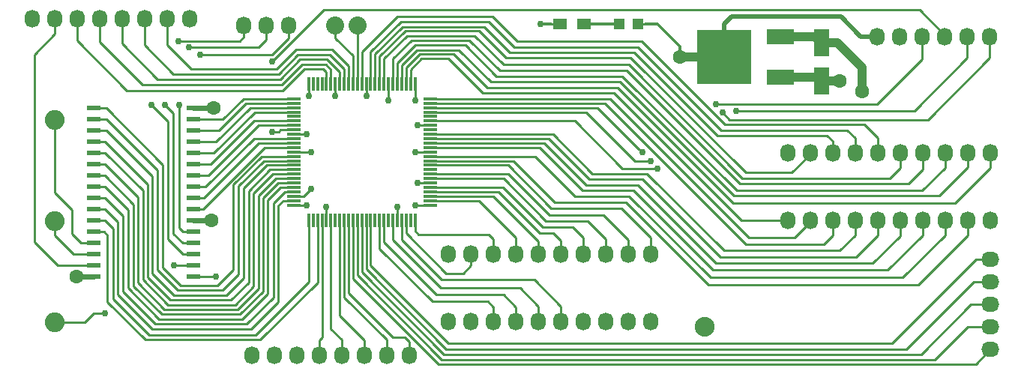
<source format=gbr>
G04 #@! TF.FileFunction,Copper,L1,Top,Signal*
%FSLAX46Y46*%
G04 Gerber Fmt 4.6, Leading zero omitted, Abs format (unit mm)*
G04 Created by KiCad (PCBNEW 4.0.3-1.fc24-product) date Sat Sep 10 15:23:13 2016*
%MOMM*%
%LPD*%
G01*
G04 APERTURE LIST*
%ADD10C,0.100000*%
%ADD11R,0.300000X1.500000*%
%ADD12R,1.500000X0.300000*%
%ADD13R,3.048000X1.651000*%
%ADD14R,6.096000X6.096000*%
%ADD15R,1.800860X3.149600*%
%ADD16O,1.727200X2.032000*%
%ADD17C,2.235200*%
%ADD18O,2.032000X2.032000*%
%ADD19O,2.032000X1.727200*%
%ADD20O,2.235200X2.235200*%
%ADD21R,1.600000X0.600000*%
%ADD22R,1.198880X1.198880*%
%ADD23R,1.500000X1.300000*%
%ADD24C,0.750000*%
%ADD25C,1.600000*%
%ADD26C,0.300000*%
%ADD27C,0.254000*%
%ADD28C,0.500000*%
%ADD29C,1.000000*%
%ADD30C,0.600000*%
G04 APERTURE END LIST*
D10*
D11*
X83250000Y-74750000D03*
X83750000Y-74750000D03*
X84250000Y-74750000D03*
X84750000Y-74750000D03*
X85250000Y-74750000D03*
X85750000Y-74750000D03*
X86250000Y-74750000D03*
X86750000Y-74750000D03*
X87250000Y-74750000D03*
X87750000Y-74750000D03*
X88250000Y-74750000D03*
X88750000Y-74750000D03*
X89250000Y-74750000D03*
X89750000Y-74750000D03*
X90250000Y-74750000D03*
X90750000Y-74750000D03*
X91250000Y-74750000D03*
X91750000Y-74750000D03*
X92250000Y-74750000D03*
X92750000Y-74750000D03*
X93250000Y-74750000D03*
X93750000Y-74750000D03*
X94250000Y-74750000D03*
X94750000Y-74750000D03*
X95250000Y-74750000D03*
D12*
X96950000Y-73050000D03*
X96950000Y-72550000D03*
X96950000Y-72050000D03*
X96950000Y-71550000D03*
X96950000Y-71050000D03*
X96950000Y-70550000D03*
X96950000Y-70050000D03*
X96950000Y-69550000D03*
X96950000Y-69050000D03*
X96950000Y-68550000D03*
X96950000Y-68050000D03*
X96950000Y-67550000D03*
X96950000Y-67050000D03*
X96950000Y-66550000D03*
X96950000Y-66050000D03*
X96950000Y-65550000D03*
X96950000Y-65050000D03*
X96950000Y-64550000D03*
X96950000Y-64050000D03*
X96950000Y-63550000D03*
X96950000Y-63050000D03*
X96950000Y-62550000D03*
X96950000Y-62050000D03*
X96950000Y-61550000D03*
X96950000Y-61050000D03*
D11*
X95250000Y-59350000D03*
X94750000Y-59350000D03*
X94250000Y-59350000D03*
X93750000Y-59350000D03*
X93250000Y-59350000D03*
X92750000Y-59350000D03*
X92250000Y-59350000D03*
X91750000Y-59350000D03*
X91250000Y-59350000D03*
X90750000Y-59350000D03*
X90250000Y-59350000D03*
X89750000Y-59350000D03*
X89250000Y-59350000D03*
X88750000Y-59350000D03*
X88250000Y-59350000D03*
X87750000Y-59350000D03*
X87250000Y-59350000D03*
X86750000Y-59350000D03*
X86250000Y-59350000D03*
X85750000Y-59350000D03*
X85250000Y-59350000D03*
X84750000Y-59350000D03*
X84250000Y-59350000D03*
X83750000Y-59350000D03*
X83250000Y-59350000D03*
D12*
X81550000Y-61050000D03*
X81550000Y-61550000D03*
X81550000Y-62050000D03*
X81550000Y-62550000D03*
X81550000Y-63050000D03*
X81550000Y-63550000D03*
X81550000Y-64050000D03*
X81550000Y-64550000D03*
X81550000Y-65050000D03*
X81550000Y-65550000D03*
X81550000Y-66050000D03*
X81550000Y-66550000D03*
X81550000Y-67050000D03*
X81550000Y-67550000D03*
X81550000Y-68050000D03*
X81550000Y-68550000D03*
X81550000Y-69050000D03*
X81550000Y-69550000D03*
X81550000Y-70050000D03*
X81550000Y-70550000D03*
X81550000Y-71050000D03*
X81550000Y-71550000D03*
X81550000Y-72050000D03*
X81550000Y-72550000D03*
X81550000Y-73050000D03*
D13*
X136550000Y-58572000D03*
D14*
X130200000Y-56286000D03*
D13*
X136550000Y-54000000D03*
D15*
X141200000Y-59000000D03*
X141200000Y-54748040D03*
D16*
X160160000Y-54000000D03*
X157620000Y-54000000D03*
X155080000Y-54000000D03*
X152540000Y-54000000D03*
X150000000Y-54000000D03*
X147460000Y-54000000D03*
D17*
X128000000Y-86800000D03*
D18*
X86250000Y-52750000D03*
X88790000Y-52750000D03*
D19*
X160250000Y-89330000D03*
X160250000Y-86790000D03*
X160250000Y-84250000D03*
X160250000Y-81710000D03*
X160250000Y-79170000D03*
D16*
X81000000Y-52750000D03*
X78460000Y-52750000D03*
X75920000Y-52750000D03*
D20*
X54540000Y-86300000D03*
X54540000Y-74860000D03*
X54540000Y-63400000D03*
D16*
X52000000Y-52000000D03*
X54540000Y-52000000D03*
X57080000Y-52000000D03*
X59620000Y-52000000D03*
X62160000Y-52000000D03*
X64700000Y-52000000D03*
X67240000Y-52000000D03*
X69780000Y-52000000D03*
X99040000Y-86220000D03*
X101580000Y-86220000D03*
X104120000Y-86220000D03*
X106660000Y-86220000D03*
X109200000Y-86220000D03*
X111740000Y-86220000D03*
X114280000Y-86220000D03*
X116820000Y-86220000D03*
X119360000Y-86220000D03*
X121900000Y-86220000D03*
X137340000Y-74770000D03*
X139880000Y-74770000D03*
X142420000Y-74770000D03*
X144960000Y-74770000D03*
X147500000Y-74770000D03*
X150040000Y-74770000D03*
X152580000Y-74770000D03*
X155120000Y-74770000D03*
X157660000Y-74770000D03*
X160200000Y-74770000D03*
X76800000Y-90000000D03*
X79340000Y-90000000D03*
X81880000Y-90000000D03*
X84420000Y-90000000D03*
X86960000Y-90000000D03*
X89500000Y-90000000D03*
X92040000Y-90000000D03*
X94580000Y-90000000D03*
X99040000Y-78600000D03*
X101580000Y-78600000D03*
X104120000Y-78600000D03*
X106660000Y-78600000D03*
X109200000Y-78600000D03*
X111740000Y-78600000D03*
X114280000Y-78600000D03*
X116820000Y-78600000D03*
X119360000Y-78600000D03*
X121900000Y-78600000D03*
X137340000Y-67150000D03*
X139880000Y-67150000D03*
X142420000Y-67150000D03*
X144960000Y-67150000D03*
X147500000Y-67150000D03*
X150040000Y-67150000D03*
X152580000Y-67150000D03*
X155120000Y-67150000D03*
X157660000Y-67150000D03*
X160200000Y-67150000D03*
D21*
X59000000Y-62110000D03*
X59000000Y-63380000D03*
X59000000Y-64650000D03*
X59000000Y-65920000D03*
X59000000Y-67190000D03*
X59000000Y-68460000D03*
X59000000Y-69730000D03*
X59000000Y-71000000D03*
X59000000Y-72270000D03*
X59000000Y-73540000D03*
X59000000Y-74810000D03*
X59000000Y-76080000D03*
X59000000Y-77350000D03*
X59000000Y-78620000D03*
X59000000Y-79890000D03*
X59000000Y-81160000D03*
X70200000Y-81160000D03*
X70200000Y-79890000D03*
X70200000Y-78620000D03*
X70200000Y-77350000D03*
X70200000Y-76080000D03*
X70200000Y-74810000D03*
X70200000Y-73540000D03*
X70200000Y-72270000D03*
X70200000Y-71000000D03*
X70200000Y-69730000D03*
X70200000Y-68460000D03*
X70200000Y-67190000D03*
X70200000Y-65920000D03*
X70200000Y-64650000D03*
X70200000Y-63380000D03*
X70200000Y-62110000D03*
D22*
X120400000Y-52600000D03*
X118301960Y-52600000D03*
D23*
X114350000Y-52600000D03*
X111650000Y-52600000D03*
D24*
X83500000Y-71250000D03*
X83500000Y-67050000D03*
X85250000Y-73250000D03*
X95250000Y-73050000D03*
X95250000Y-67050000D03*
X95250000Y-61250000D03*
X92250000Y-61250000D03*
D25*
X125200000Y-56286000D03*
D24*
X109400000Y-52600000D03*
X83000000Y-73050000D03*
X83000000Y-65050000D03*
X93250000Y-73250000D03*
X95500000Y-70550000D03*
X95500000Y-64050000D03*
X89750000Y-60750000D03*
X86250000Y-60750000D03*
X83250000Y-60750000D03*
D25*
X143250000Y-59000000D03*
X72250000Y-74810000D03*
X57000000Y-81160000D03*
X145750000Y-60250000D03*
X72500000Y-62110000D03*
D24*
X121843507Y-68057796D03*
X130000000Y-62600000D03*
X122596069Y-68900558D03*
X131483887Y-62392614D03*
X79129206Y-64750000D03*
X79129206Y-56817708D03*
X129231784Y-61638389D03*
X120917022Y-67085199D03*
X68597009Y-61750000D03*
X70950409Y-56045144D03*
X67000000Y-61750000D03*
X69750000Y-55250000D03*
X65500000Y-61750000D03*
X68500000Y-54500000D03*
X60250000Y-85250000D03*
X68000000Y-79890000D03*
X72750000Y-81160000D03*
D26*
X125200000Y-56286000D02*
X125200000Y-55154630D01*
X125200000Y-55154630D02*
X122645370Y-52600000D01*
X122645370Y-52600000D02*
X121253440Y-52600000D01*
D27*
X121253440Y-52600000D02*
X120400000Y-52600000D01*
X81550000Y-72050000D02*
X82700000Y-72050000D01*
X82700000Y-72050000D02*
X83500000Y-71250000D01*
X81550000Y-67050000D02*
X83500000Y-67050000D01*
X85250000Y-74750000D02*
X85250000Y-73250000D01*
X96950000Y-73050000D02*
X95250000Y-73050000D01*
X96950000Y-67050000D02*
X95250000Y-67050000D01*
X95250000Y-59350000D02*
X95250000Y-61250000D01*
X92250000Y-59350000D02*
X92250000Y-61250000D01*
D28*
X130200000Y-56286000D02*
X130200000Y-52561241D01*
X143358675Y-51762275D02*
X145596400Y-54000000D01*
X130200000Y-52561241D02*
X130998966Y-51762275D01*
X130998966Y-51762275D02*
X143358675Y-51762275D01*
X145596400Y-54000000D02*
X147460000Y-54000000D01*
D29*
X130200000Y-56286000D02*
X125200000Y-56286000D01*
D26*
X110646000Y-52600000D02*
X109400000Y-52600000D01*
D27*
X111650000Y-52600000D02*
X110646000Y-52600000D01*
X81550000Y-73050000D02*
X83000000Y-73050000D01*
X81550000Y-65050000D02*
X83000000Y-65050000D01*
X93250000Y-74750000D02*
X93250000Y-73250000D01*
X96950000Y-70550000D02*
X95500000Y-70550000D01*
X96950000Y-64050000D02*
X95500000Y-64050000D01*
X89750000Y-59350000D02*
X89750000Y-60750000D01*
X86250000Y-59350000D02*
X86250000Y-60750000D01*
X83250000Y-59350000D02*
X83250000Y-60750000D01*
D29*
X141200000Y-59000000D02*
X143250000Y-59000000D01*
D30*
X70200000Y-74810000D02*
X72250000Y-74810000D01*
X59000000Y-81160000D02*
X57000000Y-81160000D01*
D29*
X140772000Y-58572000D02*
X141200000Y-59000000D01*
X136550000Y-58572000D02*
X140772000Y-58572000D01*
X145750000Y-60250000D02*
X145750000Y-57532526D01*
X145750000Y-57532526D02*
X142965514Y-54748040D01*
X142965514Y-54748040D02*
X141200000Y-54748040D01*
X141451960Y-55000000D02*
X141200000Y-54748040D01*
X140451960Y-54000000D02*
X141200000Y-54748040D01*
X136550000Y-54000000D02*
X140451960Y-54000000D01*
D30*
X70200000Y-62110000D02*
X72500000Y-62110000D01*
D27*
X121843507Y-68057796D02*
X120057796Y-68057796D01*
X120057796Y-68057796D02*
X114550000Y-62550000D01*
X114550000Y-62550000D02*
X99450000Y-62550000D01*
X99450000Y-62550000D02*
X96950000Y-62550000D01*
X160160000Y-54000000D02*
X160160000Y-56440000D01*
X160160000Y-56440000D02*
X153200000Y-63400000D01*
X153200000Y-63400000D02*
X130800000Y-63400000D01*
X130800000Y-63400000D02*
X130000000Y-62600000D01*
X122596069Y-68900558D02*
X118673494Y-68900558D01*
X99450000Y-63550000D02*
X96950000Y-63550000D01*
X118673494Y-68900558D02*
X113322936Y-63550000D01*
X113322936Y-63550000D02*
X99450000Y-63550000D01*
X157620000Y-54000000D02*
X157620000Y-56436015D01*
X157620000Y-56436015D02*
X151663401Y-62392614D01*
X151663401Y-62392614D02*
X132014217Y-62392614D01*
X132014217Y-62392614D02*
X131483887Y-62392614D01*
X79129206Y-64750000D02*
X79879630Y-64750000D01*
X79879630Y-64750000D02*
X80079630Y-64550000D01*
X80079630Y-64550000D02*
X81550000Y-64550000D01*
X79504205Y-56442709D02*
X79129206Y-56817708D01*
X84946914Y-51000000D02*
X79504205Y-56442709D01*
X152232400Y-51000000D02*
X84946914Y-51000000D01*
X155080000Y-53847600D02*
X152232400Y-51000000D01*
X155080000Y-54000000D02*
X155080000Y-53847600D01*
X96950000Y-62050000D02*
X115881823Y-62050000D01*
X115881823Y-62050000D02*
X120542023Y-66710200D01*
X120542023Y-66710200D02*
X120917022Y-67085199D01*
X152540000Y-54000000D02*
X152540000Y-56538594D01*
X152540000Y-56538594D02*
X147440205Y-61638389D01*
X147440205Y-61638389D02*
X129762114Y-61638389D01*
X129762114Y-61638389D02*
X129231784Y-61638389D01*
X86250000Y-52750000D02*
X86250000Y-54186840D01*
X86250000Y-54186840D02*
X88250000Y-56186840D01*
X88250000Y-56186840D02*
X88250000Y-59350000D01*
X88790000Y-52750000D02*
X88790000Y-54186840D01*
X88750000Y-54226840D02*
X88750000Y-58346000D01*
X88790000Y-54186840D02*
X88750000Y-54226840D01*
X88750000Y-58346000D02*
X88750000Y-59350000D01*
X160250000Y-89330000D02*
X158580000Y-91000000D01*
X158580000Y-91000000D02*
X97874818Y-91000000D01*
X97874818Y-91000000D02*
X88250000Y-81375182D01*
X88250000Y-81375182D02*
X88250000Y-74750000D01*
X160250000Y-86790000D02*
X157645900Y-86790000D01*
X157645900Y-86790000D02*
X153935900Y-90500000D01*
X153935900Y-90500000D02*
X98250965Y-90500000D01*
X98250965Y-90500000D02*
X88750000Y-80999035D01*
X88750000Y-80999035D02*
X88750000Y-74750000D01*
X160250000Y-84250000D02*
X158060576Y-84250000D01*
X158060576Y-84250000D02*
X152409271Y-89901305D01*
X152409271Y-89901305D02*
X98516248Y-89901305D01*
X98516248Y-89901305D02*
X89250000Y-80635057D01*
X89250000Y-80635057D02*
X89250000Y-74750000D01*
X160250000Y-81710000D02*
X158380784Y-81710000D01*
X158380784Y-81710000D02*
X150777872Y-89312912D01*
X150777872Y-89312912D02*
X98791832Y-89312912D01*
X98791832Y-89312912D02*
X89750000Y-80271080D01*
X89750000Y-80271080D02*
X89750000Y-74750000D01*
X160250000Y-79170000D02*
X158630673Y-79170000D01*
X158630673Y-79170000D02*
X149152426Y-88648247D01*
X149152426Y-88648247D02*
X99003314Y-88648247D01*
X99003314Y-88648247D02*
X90250000Y-79894933D01*
X90250000Y-79894933D02*
X90250000Y-74750000D01*
X81000000Y-52750000D02*
X81000000Y-54177463D01*
X81000000Y-54177463D02*
X79132319Y-56045144D01*
X79132319Y-56045144D02*
X71480739Y-56045144D01*
X71480739Y-56045144D02*
X70950409Y-56045144D01*
X68597009Y-75663993D02*
X68597009Y-61750000D01*
X70200000Y-76080000D02*
X69013016Y-76080000D01*
X69013016Y-76080000D02*
X68597009Y-75663993D01*
X67958897Y-62708897D02*
X67000000Y-61750000D01*
X67958897Y-76299010D02*
X67958897Y-63250000D01*
X67958897Y-63250000D02*
X67958897Y-62708897D01*
X70200000Y-77350000D02*
X69009887Y-77350000D01*
X69009887Y-77350000D02*
X67958897Y-76299010D01*
X78460000Y-52750000D02*
X78460000Y-54404649D01*
X78460000Y-54404649D02*
X77614649Y-55250000D01*
X77614649Y-55250000D02*
X69750000Y-55250000D01*
X67325215Y-63575215D02*
X65500000Y-61750000D01*
X67325215Y-76928775D02*
X67325215Y-63575215D01*
X70200000Y-78620000D02*
X69016440Y-78620000D01*
X69016440Y-78620000D02*
X67325215Y-76928775D01*
X75440000Y-54500000D02*
X68500000Y-54500000D01*
X75920000Y-52750000D02*
X75920000Y-54020000D01*
X75920000Y-54020000D02*
X75440000Y-54500000D01*
X54540000Y-86300000D02*
X57950080Y-86300000D01*
X57950080Y-86300000D02*
X59000080Y-85250000D01*
X59000080Y-85250000D02*
X60250000Y-85250000D01*
X70200000Y-79890000D02*
X68000000Y-79890000D01*
X54540000Y-74860000D02*
X54540000Y-76440525D01*
X54540000Y-76440525D02*
X56719475Y-78620000D01*
X56719475Y-78620000D02*
X57946000Y-78620000D01*
X57946000Y-78620000D02*
X59000000Y-78620000D01*
X54540000Y-63400000D02*
X54540000Y-71623627D01*
X54540000Y-71623627D02*
X56478218Y-73561845D01*
X56478218Y-73561845D02*
X56478218Y-76306291D01*
X56478218Y-76306291D02*
X57521927Y-77350000D01*
X57521927Y-77350000D02*
X59000000Y-77350000D01*
X54540000Y-52000000D02*
X54540000Y-53735979D01*
X54540000Y-53735979D02*
X52250000Y-56025979D01*
X52250000Y-56025979D02*
X52250000Y-77250000D01*
X52250000Y-77250000D02*
X54890000Y-79890000D01*
X54890000Y-79890000D02*
X59000000Y-79890000D01*
X85250000Y-59350000D02*
X85250000Y-58014488D01*
X85250000Y-58014488D02*
X84901887Y-57666375D01*
X84901887Y-57666375D02*
X82739908Y-57666375D01*
X82739908Y-57666375D02*
X80296313Y-60109970D01*
X80296313Y-60109970D02*
X62694591Y-60109970D01*
X62694591Y-60109970D02*
X57080000Y-54495379D01*
X57080000Y-54495379D02*
X57080000Y-52000000D01*
X85750000Y-59350000D02*
X85750000Y-57760566D01*
X85750000Y-57760566D02*
X85174028Y-57184594D01*
X85174028Y-57184594D02*
X82495482Y-57184594D01*
X82495482Y-57184594D02*
X80197030Y-59483046D01*
X80197030Y-59483046D02*
X64434399Y-59483046D01*
X64434399Y-59483046D02*
X59620000Y-54668647D01*
X59620000Y-54668647D02*
X59620000Y-52000000D01*
X86750000Y-59350000D02*
X86750000Y-58044071D01*
X86750000Y-58044071D02*
X85297562Y-56591633D01*
X85297562Y-56591633D02*
X82260112Y-56591633D01*
X82260112Y-56591633D02*
X80016521Y-58835224D01*
X80016521Y-58835224D02*
X66193197Y-58835224D01*
X66193197Y-58835224D02*
X62160000Y-54802027D01*
X62160000Y-54802027D02*
X62160000Y-52000000D01*
X87250000Y-59350000D02*
X87250000Y-57704043D01*
X64700000Y-54948703D02*
X64700000Y-52000000D01*
X87250000Y-57704043D02*
X85606395Y-56060438D01*
X85606395Y-56060438D02*
X82019712Y-56060438D01*
X82019712Y-56060438D02*
X79850953Y-58229197D01*
X79850953Y-58229197D02*
X67980494Y-58229197D01*
X67980494Y-58229197D02*
X64700000Y-54948703D01*
X87750000Y-59350000D02*
X87750000Y-57339308D01*
X87750000Y-57339308D02*
X85853462Y-55442770D01*
X81854437Y-55442770D02*
X79605206Y-57692001D01*
X85853462Y-55442770D02*
X81854437Y-55442770D01*
X69996178Y-57692001D02*
X67240000Y-54935823D01*
X79605206Y-57692001D02*
X69996178Y-57692001D01*
X67240000Y-54935823D02*
X67240000Y-53270000D01*
X67240000Y-53270000D02*
X67240000Y-52000000D01*
X104120000Y-86220000D02*
X104120000Y-84620000D01*
X104120000Y-84620000D02*
X103460336Y-83960336D01*
X103460336Y-83960336D02*
X97210336Y-83960336D01*
X97210336Y-83960336D02*
X91250000Y-78000000D01*
X91250000Y-78000000D02*
X91250000Y-74750000D01*
X106660000Y-86220000D02*
X106660000Y-84570707D01*
X105283601Y-83194308D02*
X97694308Y-83194308D01*
X106660000Y-84570707D02*
X105283601Y-83194308D01*
X97694308Y-83194308D02*
X91750000Y-77250000D01*
X91750000Y-77250000D02*
X91750000Y-74750000D01*
X109200000Y-86220000D02*
X109200000Y-84484673D01*
X109200000Y-84484673D02*
X107114144Y-82398817D01*
X107114144Y-82398817D02*
X98148817Y-82398817D01*
X98148817Y-82398817D02*
X92750000Y-77000000D01*
X92750000Y-77000000D02*
X92750000Y-74750000D01*
X111740000Y-86220000D02*
X111740000Y-84486102D01*
X111740000Y-84486102D02*
X108739373Y-81485475D01*
X108739373Y-81485475D02*
X98235475Y-81485475D01*
X98235475Y-81485475D02*
X93750000Y-77000000D01*
X93750000Y-77000000D02*
X93750000Y-74750000D01*
X132119894Y-74770000D02*
X117749894Y-60400000D01*
X99000000Y-56512708D02*
X95987292Y-56512708D01*
X117749894Y-60400000D02*
X102887292Y-60400000D01*
X102887292Y-60400000D02*
X99000000Y-56512708D01*
X137340000Y-74770000D02*
X132119894Y-74770000D01*
X95987292Y-56512708D02*
X94750000Y-57750000D01*
X94750000Y-57750000D02*
X94750000Y-59350000D01*
X96950000Y-61050000D02*
X117329546Y-61050000D01*
X117329546Y-61050000D02*
X132972097Y-76692551D01*
X132972097Y-76692551D02*
X138109849Y-76692551D01*
X138109849Y-76692551D02*
X139880000Y-74922400D01*
X139880000Y-74922400D02*
X139880000Y-74770000D01*
X96950000Y-61550000D02*
X116742209Y-61550000D01*
X116742209Y-61550000D02*
X132659951Y-77467742D01*
X132659951Y-77467742D02*
X141416908Y-77467742D01*
X141416908Y-77467742D02*
X142420000Y-76464650D01*
X142420000Y-76464650D02*
X142420000Y-74770000D01*
X144960000Y-74770000D02*
X144960000Y-76485760D01*
X144960000Y-76485760D02*
X143244729Y-78201031D01*
X143244729Y-78201031D02*
X130144091Y-78201031D01*
X130144091Y-78201031D02*
X121441924Y-69498864D01*
X121441924Y-69498864D02*
X115298864Y-69498864D01*
X110850000Y-65050000D02*
X98950000Y-65050000D01*
X115298864Y-69498864D02*
X110850000Y-65050000D01*
X98950000Y-65050000D02*
X96950000Y-65050000D01*
X147500000Y-74770000D02*
X147500000Y-76496705D01*
X129732709Y-78913369D02*
X120970806Y-70151466D01*
X147500000Y-76496705D02*
X145083336Y-78913369D01*
X120970806Y-70151466D02*
X114947657Y-70151466D01*
X145083336Y-78913369D02*
X129732709Y-78913369D01*
X114947657Y-70151466D02*
X110346191Y-65550000D01*
X110346191Y-65550000D02*
X99700000Y-65550000D01*
X99700000Y-65550000D02*
X96950000Y-65550000D01*
X150040000Y-74770000D02*
X150040000Y-76515303D01*
X114604068Y-70804068D02*
X109850000Y-66050000D01*
X150040000Y-76515303D02*
X146950547Y-79604756D01*
X146950547Y-79604756D02*
X129275946Y-79604756D01*
X129275946Y-79604756D02*
X120475258Y-70804068D01*
X120475258Y-70804068D02*
X114604068Y-70804068D01*
X109850000Y-66050000D02*
X100450000Y-66050000D01*
X100450000Y-66050000D02*
X96950000Y-66050000D01*
X152580000Y-74770000D02*
X152580000Y-76434397D01*
X119909790Y-71386749D02*
X114143719Y-71386749D01*
X109306970Y-66550000D02*
X101200000Y-66550000D01*
X101200000Y-66550000D02*
X96950000Y-66550000D01*
X152580000Y-76434397D02*
X148655401Y-80358996D01*
X148655401Y-80358996D02*
X128882037Y-80358996D01*
X128882037Y-80358996D02*
X119909790Y-71386749D01*
X114143719Y-71386749D02*
X109306970Y-66550000D01*
X155120000Y-74770000D02*
X155120000Y-76434923D01*
X113346541Y-72039352D02*
X108857189Y-67550000D01*
X108857189Y-67550000D02*
X101450000Y-67550000D01*
X155120000Y-76434923D02*
X150315980Y-81238943D01*
X150315980Y-81238943D02*
X128638263Y-81238943D01*
X128638263Y-81238943D02*
X119438672Y-72039352D01*
X119438672Y-72039352D02*
X113346541Y-72039352D01*
X101450000Y-67550000D02*
X96950000Y-67550000D01*
X157660000Y-74770000D02*
X157660000Y-76512852D01*
X157660000Y-76512852D02*
X152137767Y-82035085D01*
X152137767Y-82035085D02*
X128372979Y-82035085D01*
X128372979Y-82035085D02*
X119076462Y-72738568D01*
X119076462Y-72738568D02*
X111040256Y-72738568D01*
X111040256Y-72738568D02*
X106351688Y-68050000D01*
X106351688Y-68050000D02*
X101950000Y-68050000D01*
X101950000Y-68050000D02*
X96950000Y-68050000D01*
X70200000Y-81160000D02*
X72750000Y-81160000D01*
X84750000Y-74750000D02*
X84750000Y-87972326D01*
X84750000Y-87972326D02*
X84420000Y-88302326D01*
X84420000Y-88302326D02*
X84420000Y-90000000D01*
X86960000Y-90000000D02*
X86960000Y-88278224D01*
X86960000Y-88278224D02*
X85750000Y-87068224D01*
X85750000Y-87068224D02*
X85750000Y-75754000D01*
X85750000Y-75754000D02*
X85750000Y-74750000D01*
X89500000Y-90000000D02*
X89500000Y-88296549D01*
X89500000Y-88296549D02*
X86750000Y-85546549D01*
X86750000Y-85546549D02*
X86750000Y-74750000D01*
X87250000Y-74750000D02*
X87249999Y-75754001D01*
X87249999Y-75754001D02*
X87249999Y-83459999D01*
X87249999Y-83459999D02*
X92040000Y-88250000D01*
X92040000Y-88250000D02*
X92040000Y-90000000D01*
X87750000Y-74750000D02*
X87750000Y-83000000D01*
X87750000Y-83000000D02*
X92750000Y-88000000D01*
X92750000Y-88000000D02*
X94080000Y-88000000D01*
X94080000Y-88000000D02*
X94580000Y-88500000D01*
X94580000Y-88500000D02*
X94580000Y-90000000D01*
X101580000Y-78600000D02*
X101580000Y-79870000D01*
X101580000Y-79870000D02*
X100700000Y-80750000D01*
X100700000Y-80750000D02*
X98750000Y-80750000D01*
X98750000Y-80750000D02*
X94250000Y-76250000D01*
X94250000Y-76250000D02*
X94250000Y-74750000D01*
X95250000Y-74750000D02*
X95250000Y-76000000D01*
X95250000Y-76000000D02*
X95658301Y-76408301D01*
X95658301Y-76408301D02*
X103616610Y-76408301D01*
X103616610Y-76408301D02*
X104120000Y-76911691D01*
X104120000Y-76911691D02*
X104120000Y-78600000D01*
X96950000Y-72550000D02*
X102488746Y-72550000D01*
X102488746Y-72550000D02*
X106660000Y-76721254D01*
X106660000Y-76721254D02*
X106660000Y-78600000D01*
X96950000Y-72050000D02*
X104105351Y-72050000D01*
X109200000Y-77144649D02*
X109200000Y-78600000D01*
X104105351Y-72050000D02*
X109200000Y-77144649D01*
X96950000Y-71550000D02*
X104700791Y-71550000D01*
X104700791Y-71550000D02*
X109362136Y-76211345D01*
X109362136Y-76211345D02*
X110853799Y-76211345D01*
X110853799Y-76211345D02*
X111740000Y-77097546D01*
X111740000Y-77097546D02*
X111740000Y-78600000D01*
X96950000Y-71050000D02*
X105179694Y-71050000D01*
X105179694Y-71050000D02*
X109641822Y-75512128D01*
X109641822Y-75512128D02*
X113102405Y-75512128D01*
X113102405Y-75512128D02*
X114280000Y-76689723D01*
X114280000Y-76689723D02*
X114280000Y-78600000D01*
X116820000Y-78600000D02*
X116820000Y-76935494D01*
X116820000Y-76935494D02*
X114744032Y-74859526D01*
X114744032Y-74859526D02*
X110061353Y-74859526D01*
X110061353Y-74859526D02*
X105251827Y-70050000D01*
X105251827Y-70050000D02*
X97954000Y-70050000D01*
X97954000Y-70050000D02*
X96950000Y-70050000D01*
X119360000Y-78600000D02*
X119360000Y-76943905D01*
X119360000Y-76943905D02*
X116576404Y-74160309D01*
X116576404Y-74160309D02*
X110434269Y-74160309D01*
X110434269Y-74160309D02*
X105823960Y-69550000D01*
X105823960Y-69550000D02*
X97954000Y-69550000D01*
X97954000Y-69550000D02*
X96950000Y-69550000D01*
X121900000Y-78600000D02*
X121900000Y-76753570D01*
X121900000Y-76753570D02*
X118537601Y-73391171D01*
X118537601Y-73391171D02*
X110620726Y-73391171D01*
X110620726Y-73391171D02*
X105779555Y-68550000D01*
X105779555Y-68550000D02*
X102200000Y-68550000D01*
X102200000Y-68550000D02*
X96950000Y-68550000D01*
X139880000Y-67150000D02*
X139880000Y-67302400D01*
X137782400Y-69400000D02*
X132594915Y-69400000D01*
X139880000Y-67302400D02*
X137782400Y-69400000D01*
X132594915Y-69400000D02*
X119600000Y-56405085D01*
X94148079Y-53351921D02*
X91250000Y-56250000D01*
X119600000Y-56405085D02*
X105563667Y-56405085D01*
X105563667Y-56405085D02*
X102510503Y-53351921D01*
X102510503Y-53351921D02*
X94148079Y-53351921D01*
X91250000Y-56250000D02*
X91250000Y-59350000D01*
X142420000Y-67150000D02*
X142420000Y-65819436D01*
X142420000Y-65819436D02*
X141784541Y-65183977D01*
X120003499Y-55800000D02*
X105993089Y-55800000D01*
X141784541Y-65183977D02*
X129387476Y-65183977D01*
X129387476Y-65183977D02*
X120003499Y-55800000D01*
X105993089Y-55800000D02*
X103089398Y-52896309D01*
X103089398Y-52896309D02*
X93853691Y-52896309D01*
X93853691Y-52896309D02*
X90750000Y-56000000D01*
X90750000Y-56000000D02*
X90750000Y-59350000D01*
X144960000Y-67150000D02*
X144960000Y-65451291D01*
X129796632Y-64584549D02*
X120400000Y-55187917D01*
X144960000Y-65451291D02*
X144093258Y-64584549D01*
X93668650Y-52331350D02*
X90250000Y-55750000D01*
X90250000Y-55750000D02*
X90250000Y-59350000D01*
X144093258Y-64584549D02*
X129796632Y-64584549D01*
X120400000Y-55187917D02*
X106447841Y-55187917D01*
X106447841Y-55187917D02*
X103591274Y-52331350D01*
X103591274Y-52331350D02*
X93668650Y-52331350D01*
X147500000Y-67150000D02*
X147500000Y-65489060D01*
X130243305Y-63964451D02*
X120831109Y-54552255D01*
X147500000Y-65489060D02*
X145975391Y-63964451D01*
X145975391Y-63964451D02*
X130243305Y-63964451D01*
X93233609Y-51766391D02*
X89250000Y-55750000D01*
X120831109Y-54552255D02*
X106835910Y-54552255D01*
X106835910Y-54552255D02*
X104050046Y-51766391D01*
X104050046Y-51766391D02*
X93233609Y-51766391D01*
X89250000Y-55750000D02*
X89250000Y-59350000D01*
X150040000Y-67150000D02*
X150040000Y-68882495D01*
X150040000Y-68882495D02*
X148922495Y-70000000D01*
X148922495Y-70000000D02*
X132211511Y-70000000D01*
X132211511Y-70000000D02*
X119387237Y-57175726D01*
X94333120Y-53916880D02*
X91750000Y-56500000D01*
X119387237Y-57175726D02*
X105258846Y-57175726D01*
X105258846Y-57175726D02*
X102000000Y-53916880D01*
X102000000Y-53916880D02*
X94333120Y-53916880D01*
X91750000Y-56500000D02*
X91750000Y-59350000D01*
X101400000Y-54427166D02*
X94822834Y-54427166D01*
X131942462Y-70600000D02*
X119200000Y-57857538D01*
X119200000Y-57857538D02*
X104830372Y-57857538D01*
X104830372Y-57857538D02*
X101400000Y-54427166D01*
X152580000Y-67150000D02*
X152580000Y-69020000D01*
X152580000Y-69020000D02*
X151000000Y-70600000D01*
X151000000Y-70600000D02*
X131942462Y-70600000D01*
X94822834Y-54427166D02*
X92750000Y-56500000D01*
X92750000Y-56500000D02*
X92750000Y-59350000D01*
X155120000Y-67150000D02*
X155120000Y-68813394D01*
X131604156Y-71400000D02*
X118683609Y-58479453D01*
X118683609Y-58479453D02*
X104437529Y-58479453D01*
X155120000Y-68813394D02*
X152533394Y-71400000D01*
X100950201Y-54992125D02*
X95257875Y-54992125D01*
X93250000Y-57000000D02*
X93250000Y-59350000D01*
X152533394Y-71400000D02*
X131604156Y-71400000D01*
X104437529Y-58479453D02*
X100950201Y-54992125D01*
X95257875Y-54992125D02*
X93250000Y-57000000D01*
X131252736Y-72000000D02*
X118400000Y-59147264D01*
X100200000Y-55520635D02*
X95479365Y-55520635D01*
X118400000Y-59147264D02*
X103826629Y-59147264D01*
X103826629Y-59147264D02*
X100200000Y-55520635D01*
X157660000Y-67150000D02*
X157660000Y-68783758D01*
X154443758Y-72000000D02*
X131252736Y-72000000D01*
X157660000Y-68783758D02*
X154443758Y-72000000D01*
X95479365Y-55520635D02*
X93750000Y-57250000D01*
X93750000Y-57250000D02*
X93750000Y-59350000D01*
X131186263Y-72800000D02*
X118186263Y-59800000D01*
X99600000Y-55994472D02*
X95755528Y-55994472D01*
X118186263Y-59800000D02*
X103405528Y-59800000D01*
X103405528Y-59800000D02*
X99600000Y-55994472D01*
X160200000Y-67150000D02*
X160200000Y-68848884D01*
X160200000Y-68848884D02*
X156248884Y-72800000D01*
X156248884Y-72800000D02*
X131186263Y-72800000D01*
X95755528Y-55994472D02*
X94250000Y-57500000D01*
X94250000Y-57500000D02*
X94250000Y-59350000D01*
X81550000Y-67550000D02*
X77909463Y-67550000D01*
X77909463Y-67550000D02*
X74708188Y-70751275D01*
X74708188Y-70751275D02*
X74708188Y-80339663D01*
X66750000Y-80098942D02*
X66750000Y-68492819D01*
X66750000Y-68492819D02*
X60367181Y-62110000D01*
X74708188Y-80339663D02*
X72915428Y-82132423D01*
X72915428Y-82132423D02*
X68783481Y-82132423D01*
X68783481Y-82132423D02*
X66750000Y-80098942D01*
X60367181Y-62110000D02*
X59000000Y-62110000D01*
X81550000Y-68050000D02*
X78175542Y-68050000D01*
X66130311Y-80383022D02*
X66130311Y-69130311D01*
X78175542Y-68050000D02*
X75329818Y-70895724D01*
X75329818Y-70895724D02*
X75329818Y-80883560D01*
X68415066Y-82667777D02*
X66130311Y-80383022D01*
X75329818Y-80883560D02*
X73545601Y-82667777D01*
X73545601Y-82667777D02*
X68415066Y-82667777D01*
X66130311Y-69130311D02*
X60380000Y-63380000D01*
X60380000Y-63380000D02*
X59000000Y-63380000D01*
X81550000Y-68550000D02*
X78555539Y-68550000D01*
X78555539Y-68550000D02*
X75935089Y-71170450D01*
X75935089Y-71170450D02*
X75935089Y-81290249D01*
X75935089Y-81290249D02*
X73984469Y-83240869D01*
X73984469Y-83240869D02*
X68024136Y-83240869D01*
X68024136Y-83240869D02*
X65564686Y-80781419D01*
X65564686Y-80781419D02*
X65564686Y-69814686D01*
X65564686Y-69814686D02*
X60400000Y-64650000D01*
X60400000Y-64650000D02*
X59000000Y-64650000D01*
X81550000Y-69050000D02*
X78892258Y-69050000D01*
X78892258Y-69050000D02*
X76458567Y-71483691D01*
X76458567Y-71483691D02*
X76458567Y-81778730D01*
X76458567Y-81778730D02*
X74459647Y-83777650D01*
X74459647Y-83777650D02*
X67611959Y-83777650D01*
X67611959Y-83777650D02*
X65061908Y-81227599D01*
X65061908Y-81227599D02*
X65061908Y-70717681D01*
X65061908Y-70717681D02*
X60264227Y-65920000D01*
X60264227Y-65920000D02*
X59000000Y-65920000D01*
X81550000Y-69550000D02*
X79185699Y-69550000D01*
X79185699Y-69550000D02*
X76998403Y-71737296D01*
X74930268Y-84312967D02*
X67318821Y-84312967D01*
X64511995Y-71427750D02*
X60274245Y-67190000D01*
X76998403Y-71737296D02*
X76998403Y-82244832D01*
X76998403Y-82244832D02*
X74930268Y-84312967D01*
X67318821Y-84312967D02*
X64511995Y-81506141D01*
X64511995Y-81506141D02*
X64511995Y-71427750D01*
X60274245Y-67190000D02*
X59000000Y-67190000D01*
X81550000Y-70050000D02*
X79507991Y-70050000D01*
X79507991Y-70050000D02*
X77603674Y-71954317D01*
X77603674Y-71954317D02*
X77603674Y-82481864D01*
X77603674Y-82481864D02*
X75250000Y-84835538D01*
X63962082Y-72189042D02*
X60233040Y-68460000D01*
X75250000Y-84835538D02*
X66952684Y-84835538D01*
X66952684Y-84835538D02*
X63962082Y-81844936D01*
X63962082Y-81844936D02*
X63962082Y-72189042D01*
X60233040Y-68460000D02*
X59000000Y-68460000D01*
X59000000Y-69730000D02*
X60241352Y-69730000D01*
X60241352Y-69730000D02*
X63475016Y-72963664D01*
X66669975Y-85396347D02*
X75500000Y-85396347D01*
X63475016Y-72963664D02*
X63475016Y-82201388D01*
X63475016Y-82201388D02*
X66669975Y-85396347D01*
X75500000Y-85396347D02*
X78110793Y-82785554D01*
X78110793Y-82785554D02*
X78110793Y-72226212D01*
X78110793Y-72226212D02*
X79787005Y-70550000D01*
X79787005Y-70550000D02*
X81550000Y-70550000D01*
X59000000Y-71000000D02*
X60263529Y-71000000D01*
X60263529Y-71000000D02*
X62846544Y-73583015D01*
X62846544Y-73583015D02*
X62846544Y-82431497D01*
X80066019Y-71050000D02*
X81550000Y-71050000D01*
X62846544Y-82431497D02*
X66359456Y-85944409D01*
X66359456Y-85944409D02*
X75750000Y-85944409D01*
X75750000Y-85944409D02*
X78650630Y-83043779D01*
X78650630Y-83043779D02*
X78650630Y-72465389D01*
X78650630Y-72465389D02*
X80066019Y-71050000D01*
X81550000Y-71550000D02*
X80546000Y-71550000D01*
X80546000Y-71550000D02*
X79255901Y-72840099D01*
X62249495Y-74285014D02*
X60234481Y-72270000D01*
X79255901Y-72840099D02*
X79255901Y-83473825D01*
X79255901Y-83473825D02*
X76250000Y-86479726D01*
X76250000Y-86479726D02*
X65870499Y-86479726D01*
X65870499Y-86479726D02*
X62249495Y-82858722D01*
X62249495Y-82858722D02*
X62249495Y-74285014D01*
X60234481Y-72270000D02*
X59000000Y-72270000D01*
X81550000Y-72550000D02*
X80397996Y-72550000D01*
X80397996Y-72550000D02*
X79828455Y-73119541D01*
X61683870Y-83183870D02*
X61683870Y-74950483D01*
X79828455Y-73119541D02*
X79828455Y-84000316D01*
X65578771Y-87078771D02*
X61683870Y-83183870D01*
X79828455Y-84000316D02*
X76750000Y-87078771D01*
X76750000Y-87078771D02*
X65578771Y-87078771D01*
X61683870Y-74950483D02*
X60273387Y-73540000D01*
X60273387Y-73540000D02*
X59000000Y-73540000D01*
X83250000Y-81703307D02*
X77250000Y-87703307D01*
X77250000Y-87703307D02*
X65203307Y-87703307D01*
X83250000Y-74750000D02*
X83250000Y-81703307D01*
X65203307Y-87703307D02*
X61125253Y-83625253D01*
X61125253Y-83625253D02*
X61125253Y-75689149D01*
X61125253Y-75689149D02*
X60246104Y-74810000D01*
X60246104Y-74810000D02*
X59000000Y-74810000D01*
X64779104Y-88279104D02*
X77750000Y-88279104D01*
X84250000Y-81779104D02*
X77750000Y-88279104D01*
X84250000Y-74750000D02*
X84250000Y-81779104D01*
X59000000Y-76080000D02*
X60112922Y-76080000D01*
X60500000Y-76467078D02*
X60500000Y-84000000D01*
X60112922Y-76080000D02*
X60500000Y-76467078D01*
X60500000Y-84000000D02*
X64779104Y-88279104D01*
X78281537Y-66550000D02*
X71291537Y-73540000D01*
X81550000Y-66550000D02*
X78281537Y-66550000D01*
X71291537Y-73540000D02*
X70200000Y-73540000D01*
X81550000Y-66050000D02*
X77622107Y-66050000D01*
X77622107Y-66050000D02*
X71402107Y-72270000D01*
X71402107Y-72270000D02*
X70200000Y-72270000D01*
X70200000Y-71000000D02*
X71604569Y-71000000D01*
X71604569Y-71000000D02*
X77054569Y-65550000D01*
X77054569Y-65550000D02*
X81550000Y-65550000D01*
X70200000Y-69730000D02*
X71908014Y-69730000D01*
X71908014Y-69730000D02*
X77588014Y-64050000D01*
X77588014Y-64050000D02*
X81550000Y-64050000D01*
X70200000Y-68460000D02*
X72211008Y-68460000D01*
X72211008Y-68460000D02*
X77121008Y-63550000D01*
X77121008Y-63550000D02*
X81550000Y-63550000D01*
X81550000Y-62550000D02*
X77159724Y-62550000D01*
X77159724Y-62550000D02*
X72519724Y-67190000D01*
X72519724Y-67190000D02*
X70200000Y-67190000D01*
X81550000Y-62050000D02*
X76635748Y-62050000D01*
X76635748Y-62050000D02*
X72765748Y-65920000D01*
X72765748Y-65920000D02*
X70200000Y-65920000D01*
X81550000Y-61550000D02*
X76195362Y-61550000D01*
X76195362Y-61550000D02*
X73095362Y-64650000D01*
X73095362Y-64650000D02*
X70200000Y-64650000D01*
X81550000Y-61050000D02*
X75880360Y-61050000D01*
X75880360Y-61050000D02*
X73550360Y-63380000D01*
X73550360Y-63380000D02*
X70200000Y-63380000D01*
D26*
X118301960Y-52600000D02*
X114350000Y-52600000D01*
M02*

</source>
